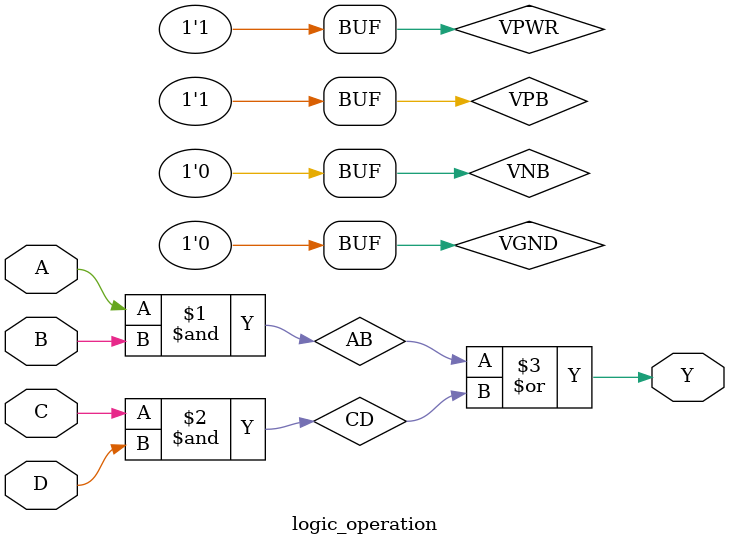
<source format=v>
module logic_operation (
    output Y,
    input  A,
    input  B,
    input  C,
    input  D
);

    // Voltage supply signals
    supply1 VPWR;
    supply0 VGND;
    supply1 VPB ;
    supply0 VNB ;

    // Implement AND gates
    wire AB;
    wire CD;
    and (AB, A, B);
    and (CD, C, D);

    // Implement OR gate
    or (Y, AB, CD);

endmodule
</source>
